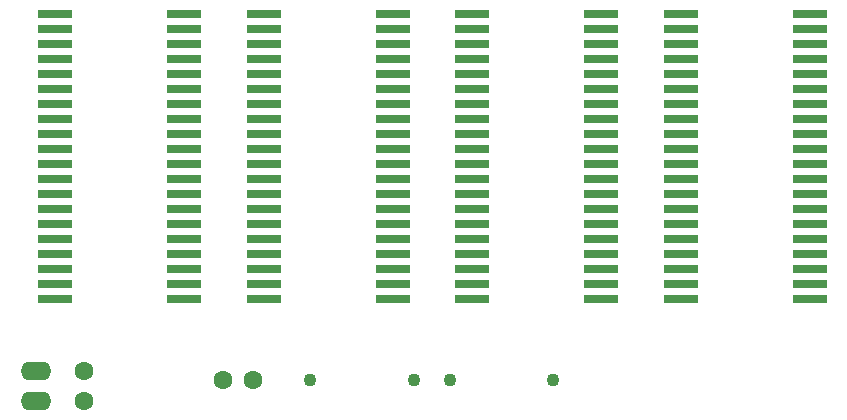
<source format=gts>
G04 Layer: TopSolderMaskLayer*
G04 EasyEDA v6.5.22, 2023-01-31 16:09:17*
G04 6fe1b45eb15a465e87536e095b6672f0,ba5b2474b43344648d466766df5634d0,10*
G04 Gerber Generator version 0.2*
G04 Scale: 100 percent, Rotated: No, Reflected: No *
G04 Dimensions in millimeters *
G04 leading zeros omitted , absolute positions ,4 integer and 5 decimal *
%FSLAX45Y45*%
%MOMM*%

%AMMACRO1*4,1,28,-1.3896,-0.3048,-1.4049,-0.3023,-1.4201,-0.2946,-1.4303,-0.2845,-1.4379,-0.2692,-1.4404,-0.254,-1.4399,-0.254,-1.4399,0.254,-1.4404,0.254,-1.4379,0.2692,-1.4303,0.2845,-1.4201,0.2946,-1.4049,0.3023,-1.3896,0.3048,1.3884,0.3048,1.4036,0.3023,1.4188,0.2946,1.429,0.2845,1.4366,0.2692,1.4392,0.254,1.4404,0.254,1.4404,-0.254,1.4392,-0.254,1.4366,-0.2692,1.429,-0.2845,1.4188,-0.2946,1.4036,-0.3023,1.3884,-0.3048,-1.3896,-0.3048,0*%
%AMMACRO2*4,1,28,-1.3889,-0.3048,-1.4041,-0.3023,-1.4194,-0.2946,-1.4295,-0.2845,-1.4371,-0.2692,-1.4397,-0.254,-1.4402,-0.254,-1.4402,0.254,-1.4397,0.254,-1.4371,0.2692,-1.4295,0.2845,-1.4194,0.2946,-1.4041,0.3023,-1.3889,0.3048,1.3891,0.3048,1.4044,0.3023,1.4196,0.2946,1.4298,0.2845,1.4374,0.2692,1.4399,0.254,1.4402,0.254,1.4402,-0.254,1.4399,-0.254,1.4374,-0.2692,1.4298,-0.2845,1.4196,-0.2946,1.4044,-0.3023,1.3891,-0.3048,-1.3889,-0.3048,0*%
%AMMACRO3*4,1,28,-1.3891,-0.3048,-1.4044,-0.3023,-1.4196,-0.2946,-1.4298,-0.2845,-1.4374,-0.2692,-1.4399,-0.254,-1.4402,-0.254,-1.4402,0.254,-1.4399,0.254,-1.4374,0.2692,-1.4298,0.2845,-1.4196,0.2946,-1.4044,0.3023,-1.3891,0.3048,1.3889,0.3048,1.4041,0.3023,1.4194,0.2946,1.4295,0.2845,1.4371,0.2692,1.4397,0.254,1.4402,0.254,1.4402,-0.254,1.4397,-0.254,1.4371,-0.2692,1.4295,-0.2845,1.4194,-0.2946,1.4041,-0.3023,1.3889,-0.3048,-1.3891,-0.3048,0*%
%AMMACRO4*4,1,28,-1.389,-0.3048,-1.4042,-0.3023,-1.4195,-0.2946,-1.4296,-0.2845,-1.4373,-0.2692,-1.4398,-0.254,-1.4385,-0.254,-1.4385,0.254,-1.4398,0.254,-1.4373,0.2692,-1.4296,0.2845,-1.4195,0.2946,-1.4042,0.3023,-1.389,0.3048,1.389,0.3048,1.4042,0.3023,1.4195,0.2946,1.4296,0.2845,1.4373,0.2692,1.4398,0.254,1.4393,0.254,1.4393,-0.254,1.4398,-0.254,1.4373,-0.2692,1.4296,-0.2845,1.4195,-0.2946,1.4042,-0.3023,1.389,-0.3048,-1.389,-0.3048,0*%
%ADD10MACRO1*%
%ADD11MACRO2*%
%ADD12MACRO3*%
%ADD13MACRO4*%
%ADD14O,2.601595X1.6015970000000002*%
%ADD15C,1.1016*%
%ADD16C,1.6020*%
%ADD17C,1.6016*%

%LPD*%
D10*
G01*
X1535150Y2679700D03*
D11*
G01*
X3302000Y2679700D03*
G01*
X5067300Y2679700D03*
G01*
X6832600Y2679700D03*
D12*
G01*
X444500Y3441700D03*
G01*
X444500Y3314700D03*
G01*
X444500Y3187700D03*
G01*
X444500Y3060700D03*
G01*
X444500Y2933700D03*
G01*
X444500Y2806700D03*
G01*
X444500Y2679700D03*
G01*
X444500Y2552700D03*
G01*
X444500Y2425700D03*
G01*
X444500Y2298700D03*
G01*
X444500Y2171700D03*
G01*
X444500Y2044700D03*
G01*
X444500Y1917700D03*
G01*
X444500Y1790700D03*
G01*
X444500Y1663700D03*
G01*
X444500Y1536700D03*
G01*
X444500Y1409700D03*
G01*
X444500Y1282700D03*
G01*
X444500Y1155700D03*
G01*
X444500Y1028700D03*
D10*
G01*
X1535150Y3441700D03*
G01*
X1535150Y3314700D03*
G01*
X1535150Y3187700D03*
G01*
X1535150Y3060700D03*
G01*
X1535150Y2933700D03*
G01*
X1535150Y2806700D03*
G01*
X1535150Y2552700D03*
G01*
X1535150Y2425700D03*
G01*
X1535150Y2298700D03*
G01*
X1535150Y2171700D03*
G01*
X1535150Y2044700D03*
G01*
X1535150Y1917700D03*
G01*
X1535150Y1790700D03*
G01*
X1535150Y1663700D03*
G01*
X1535150Y1536700D03*
G01*
X1535150Y1409700D03*
G01*
X1535150Y1282700D03*
G01*
X1535150Y1155700D03*
G01*
X1535150Y1028700D03*
D13*
G01*
X2211412Y3441700D03*
G01*
X2211412Y3441700D03*
G01*
X2211412Y3314700D03*
G01*
X2211412Y3187700D03*
G01*
X2211412Y3060700D03*
G01*
X2211412Y1028700D03*
G01*
X2211412Y1155700D03*
G01*
X2211412Y1282700D03*
G01*
X2211412Y1409700D03*
G01*
X2211412Y1536700D03*
G01*
X2211412Y1663700D03*
G01*
X2211412Y1790700D03*
G01*
X2211412Y1917700D03*
G01*
X2211412Y2044700D03*
G01*
X2211412Y2171700D03*
G01*
X2211412Y2298700D03*
G01*
X2211412Y2425700D03*
G01*
X2211412Y2552700D03*
G01*
X2211412Y2679700D03*
G01*
X2211412Y2806700D03*
G01*
X2211412Y2933700D03*
D11*
G01*
X3302000Y3441700D03*
G01*
X3302000Y3314700D03*
G01*
X3302000Y3187700D03*
G01*
X3302000Y3060700D03*
G01*
X3302000Y2933700D03*
G01*
X3302000Y2806700D03*
G01*
X3302000Y2552700D03*
G01*
X3302000Y2425700D03*
G01*
X3302000Y2298700D03*
G01*
X3302000Y2171700D03*
G01*
X3302000Y2044700D03*
G01*
X3302000Y1917700D03*
G01*
X3302000Y1790700D03*
G01*
X3302000Y1663700D03*
G01*
X3302000Y1536700D03*
G01*
X3302000Y1409700D03*
G01*
X3302000Y1282700D03*
G01*
X3302000Y1155700D03*
G01*
X3302000Y1028700D03*
D13*
G01*
X3976712Y3441700D03*
G01*
X3976712Y3314700D03*
G01*
X3976712Y3187700D03*
G01*
X3976712Y3060700D03*
G01*
X3976712Y2933700D03*
G01*
X3976712Y2806700D03*
G01*
X3976712Y2679700D03*
G01*
X3976712Y2552700D03*
G01*
X3976712Y2425700D03*
G01*
X3976712Y2298700D03*
G01*
X3976712Y2171700D03*
G01*
X3976712Y2044700D03*
G01*
X3976712Y1917700D03*
G01*
X3976712Y1790700D03*
G01*
X3976712Y1663700D03*
G01*
X3976712Y1536700D03*
G01*
X3976712Y1409700D03*
G01*
X3976712Y1282700D03*
G01*
X3976712Y1155700D03*
G01*
X3976712Y1028700D03*
D11*
G01*
X5067300Y3441700D03*
G01*
X5067300Y3314700D03*
G01*
X5067300Y3187700D03*
G01*
X5067300Y3060700D03*
G01*
X5067300Y2933700D03*
G01*
X5067300Y2806700D03*
G01*
X5067300Y2552700D03*
G01*
X5067300Y2425700D03*
G01*
X5067300Y2298700D03*
G01*
X5067300Y2171700D03*
G01*
X5067300Y2044700D03*
G01*
X5067300Y1917700D03*
G01*
X5067300Y1790700D03*
G01*
X5067300Y1663700D03*
G01*
X5067300Y1536700D03*
G01*
X5067300Y1409700D03*
G01*
X5067300Y1282700D03*
G01*
X5067300Y1155700D03*
G01*
X5067300Y1028700D03*
D13*
G01*
X5742012Y1028700D03*
G01*
X5742012Y1155700D03*
G01*
X5742012Y1282700D03*
G01*
X5742012Y1409700D03*
G01*
X5742012Y1536700D03*
G01*
X5742012Y1663700D03*
G01*
X5742012Y1790700D03*
G01*
X5742012Y1917700D03*
G01*
X5742012Y2044700D03*
G01*
X5742012Y2171700D03*
G01*
X5742012Y2298700D03*
G01*
X5742012Y2425700D03*
G01*
X5742012Y2552700D03*
G01*
X5742012Y2679700D03*
G01*
X5742012Y2806700D03*
G01*
X5742012Y2933700D03*
G01*
X5742012Y3060700D03*
G01*
X5742012Y3187700D03*
G01*
X5742012Y3314700D03*
G01*
X5742012Y3441700D03*
D11*
G01*
X6832600Y3441700D03*
G01*
X6832600Y3314700D03*
G01*
X6832600Y3187700D03*
G01*
X6832600Y3060700D03*
G01*
X6832600Y2933700D03*
G01*
X6832600Y2806700D03*
G01*
X6832600Y2552700D03*
G01*
X6832600Y2425700D03*
G01*
X6832600Y2298700D03*
G01*
X6832600Y2171700D03*
G01*
X6832600Y2044700D03*
G01*
X6832600Y1917700D03*
G01*
X6832600Y1790700D03*
G01*
X6832600Y1663700D03*
G01*
X6832600Y1536700D03*
G01*
X6832600Y1409700D03*
G01*
X6832600Y1282700D03*
G01*
X6832600Y1155700D03*
G01*
X6832600Y1028700D03*
D14*
G01*
X279400Y419100D03*
G01*
X279400Y165100D03*
D15*
G01*
X3479800Y342900D03*
G01*
X2603500Y342900D03*
G01*
X3784600Y342900D03*
G01*
X4660900Y342900D03*
D16*
G01*
X2120900Y342900D03*
D17*
G01*
X1866900Y342900D03*
G01*
X685800Y165100D03*
D16*
G01*
X685800Y419100D03*
M02*

</source>
